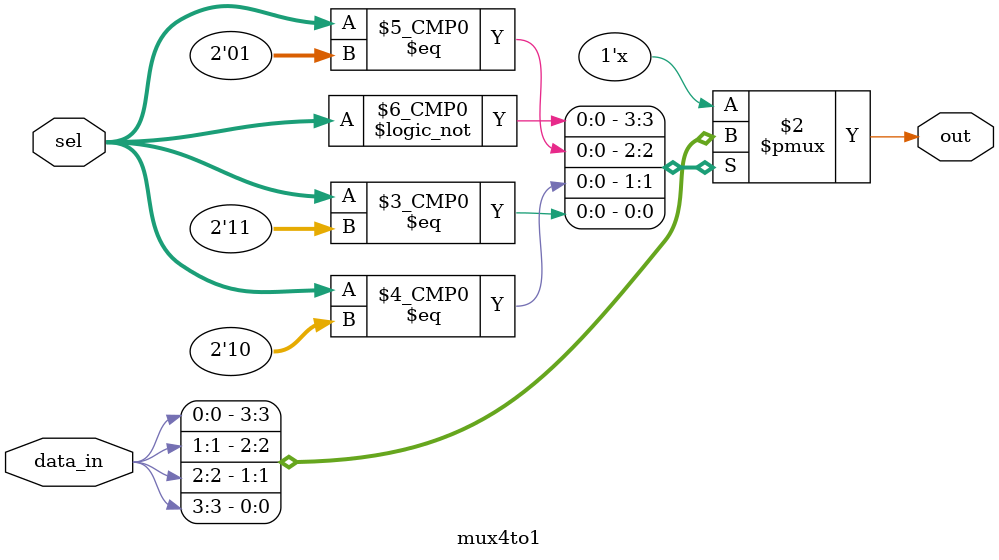
<source format=v>
module mux4to1 (input [3:0] data_in,
                input [1:0] sel,
                output reg out);

always @(*) begin
   case (sel)
      2'b00: out = data_in[0];
      2'b01: out = data_in[1];
      2'b10: out = data_in[2];
      2'b11: out = data_in[3];
   endcase
end

endmodule

</source>
